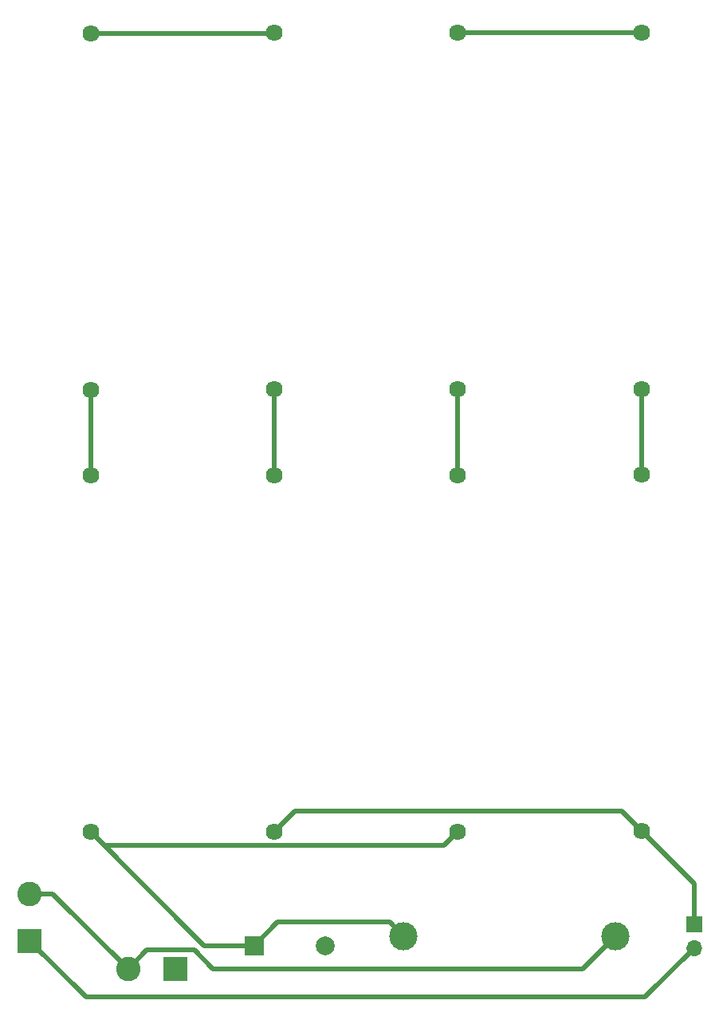
<source format=gbr>
%TF.GenerationSoftware,KiCad,Pcbnew,8.0.2*%
%TF.CreationDate,2024-06-24T22:12:58+02:00*%
%TF.ProjectId,Robo_V2.1,526f626f-5f56-4322-9e31-2e6b69636164,rev?*%
%TF.SameCoordinates,Original*%
%TF.FileFunction,Copper,L1,Top*%
%TF.FilePolarity,Positive*%
%FSLAX46Y46*%
G04 Gerber Fmt 4.6, Leading zero omitted, Abs format (unit mm)*
G04 Created by KiCad (PCBNEW 8.0.2) date 2024-06-24 22:12:58*
%MOMM*%
%LPD*%
G01*
G04 APERTURE LIST*
%TA.AperFunction,ComponentPad*%
%ADD10C,1.785000*%
%TD*%
%TA.AperFunction,ComponentPad*%
%ADD11C,3.000000*%
%TD*%
%TA.AperFunction,ComponentPad*%
%ADD12R,1.700000X1.700000*%
%TD*%
%TA.AperFunction,ComponentPad*%
%ADD13O,1.700000X1.700000*%
%TD*%
%TA.AperFunction,ComponentPad*%
%ADD14R,2.600000X2.600000*%
%TD*%
%TA.AperFunction,ComponentPad*%
%ADD15C,2.600000*%
%TD*%
%TA.AperFunction,ComponentPad*%
%ADD16R,2.000000X2.000000*%
%TD*%
%TA.AperFunction,ComponentPad*%
%ADD17C,2.000000*%
%TD*%
%TA.AperFunction,Conductor*%
%ADD18C,0.500000*%
%TD*%
G04 APERTURE END LIST*
D10*
%TO.P,BT5,N*%
%TO.N,Net-(BT5-PadN)*%
X150500000Y-102590000D03*
%TO.P,BT5,P*%
%TO.N,Net-(BT1-PadP)*%
X150500000Y-140410000D03*
%TD*%
%TO.P,BT1,N*%
%TO.N,Net-(BT1-PadN)*%
X111500000Y-102590000D03*
%TO.P,BT1,P*%
%TO.N,Net-(BT1-PadP)*%
X111500000Y-140410000D03*
%TD*%
D11*
%TO.P,F1,1*%
%TO.N,Net-(BT1-PadP)*%
X144750000Y-151500000D03*
%TO.P,F1,2*%
%TO.N,Net-(MES1-+)*%
X167250000Y-151500000D03*
%TD*%
D10*
%TO.P,BT3,N*%
%TO.N,Net-(BT3-PadN)*%
X131000000Y-93410000D03*
%TO.P,BT3,P*%
%TO.N,Net-(BT2-PadN)*%
X131000000Y-55590000D03*
%TD*%
D12*
%TO.P,Output-16V,1,Pin_1*%
%TO.N,Net-(MES1--)*%
X175625000Y-150225000D03*
D13*
%TO.P,Output-16V,2,Pin_2*%
%TO.N,Net-(Output1-Pin_2)*%
X175625000Y-152765000D03*
%TD*%
D10*
%TO.P,BT8,N*%
%TO.N,Net-(MES1--)*%
X170000000Y-140320000D03*
%TO.P,BT8,P*%
%TO.N,Net-(BT7-PadN)*%
X170000000Y-102500000D03*
%TD*%
%TO.P,BT4,N*%
%TO.N,Net-(MES1--)*%
X131000000Y-140410000D03*
%TO.P,BT4,P*%
%TO.N,Net-(BT3-PadN)*%
X131000000Y-102590000D03*
%TD*%
%TO.P,BT6,N*%
%TO.N,Net-(BT6-PadN)*%
X150500000Y-55590000D03*
%TO.P,BT6,P*%
%TO.N,Net-(BT5-PadN)*%
X150500000Y-93410000D03*
%TD*%
%TO.P,BT7,N*%
%TO.N,Net-(BT7-PadN)*%
X170000000Y-93410000D03*
%TO.P,BT7,P*%
%TO.N,Net-(BT6-PadN)*%
X170000000Y-55590000D03*
%TD*%
D14*
%TO.P,SW1,1,A*%
%TO.N,Net-(Output1-Pin_2)*%
X105000000Y-152000000D03*
D15*
%TO.P,SW1,2,B*%
%TO.N,Net-(MES1-+)*%
X105000000Y-147000000D03*
%TD*%
D10*
%TO.P,BT2,N*%
%TO.N,Net-(BT2-PadN)*%
X111500000Y-55680000D03*
%TO.P,BT2,P*%
%TO.N,Net-(BT1-PadN)*%
X111500000Y-93500000D03*
%TD*%
D14*
%TO.P,VM,1,-*%
%TO.N,Net-(MES1--)*%
X120500000Y-155000000D03*
D15*
%TO.P,VM,2,+*%
%TO.N,Net-(MES1-+)*%
X115500000Y-155000000D03*
%TD*%
D16*
%TO.P,C1,1*%
%TO.N,Net-(BT1-PadP)*%
X128882323Y-152500000D03*
D17*
%TO.P,C1,2*%
%TO.N,Net-(MES1--)*%
X136382323Y-152500000D03*
%TD*%
D18*
%TO.N,Net-(BT1-PadN)*%
X111500000Y-93500000D02*
X111500000Y-102590000D01*
%TO.N,Net-(BT1-PadP)*%
X149010000Y-141900000D02*
X137500000Y-141900000D01*
X128882323Y-152500000D02*
X131382323Y-150000000D01*
X143250000Y-150000000D02*
X144750000Y-151500000D01*
X123590000Y-152500000D02*
X128882323Y-152500000D01*
X131382323Y-150000000D02*
X143250000Y-150000000D01*
X150500000Y-140410000D02*
X149010000Y-141900000D01*
X137500000Y-141900000D02*
X112990000Y-141900000D01*
X112990000Y-141900000D02*
X111500000Y-140410000D01*
X111500000Y-140410000D02*
X123590000Y-152500000D01*
%TO.N,Net-(BT2-PadN)*%
X130910000Y-55680000D02*
X131000000Y-55590000D01*
X111500000Y-55680000D02*
X130910000Y-55680000D01*
%TO.N,Net-(BT3-PadN)*%
X131000000Y-93410000D02*
X131000000Y-102590000D01*
%TO.N,Net-(MES1--)*%
X170000000Y-140320000D02*
X167885000Y-138205000D01*
X167885000Y-138205000D02*
X133205000Y-138205000D01*
X170000000Y-140320000D02*
X175625000Y-145945000D01*
X175625000Y-145945000D02*
X175625000Y-150225000D01*
X131000000Y-140410000D02*
X133205000Y-138205000D01*
%TO.N,Net-(BT5-PadN)*%
X150500000Y-93410000D02*
X150500000Y-102590000D01*
%TO.N,Net-(BT6-PadN)*%
X150500000Y-55590000D02*
X170000000Y-55590000D01*
%TO.N,Net-(BT7-PadN)*%
X170000000Y-102500000D02*
X170000000Y-93410000D01*
X170000000Y-102090000D02*
X170500000Y-102590000D01*
%TO.N,Net-(MES1-+)*%
X167250000Y-151500000D02*
X163750000Y-155000000D01*
X122500000Y-153000000D02*
X117500000Y-153000000D01*
X163750000Y-155000000D02*
X124500000Y-155000000D01*
X107500000Y-147000000D02*
X105000000Y-147000000D01*
X117500000Y-153000000D02*
X115500000Y-155000000D01*
X124500000Y-155000000D02*
X122500000Y-153000000D01*
X115500000Y-155000000D02*
X107500000Y-147000000D01*
%TO.N,Net-(Output1-Pin_2)*%
X111000000Y-158000000D02*
X170390000Y-158000000D01*
X170390000Y-158000000D02*
X175625000Y-152765000D01*
X105000000Y-152000000D02*
X111000000Y-158000000D01*
%TD*%
M02*

</source>
